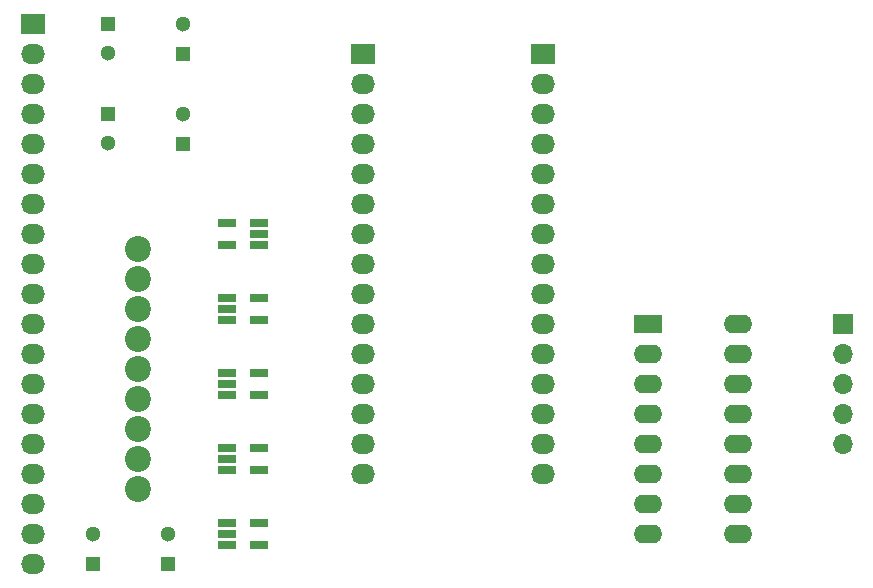
<source format=gts>
G04 #@! TF.FileFunction,Soldermask,Top*
%FSLAX46Y46*%
G04 Gerber Fmt 4.6, Leading zero omitted, Abs format (unit mm)*
G04 Created by KiCad (PCBNEW 4.0.7-e2-6376~61~ubuntu18.04.1) date Thu Feb 13 23:54:19 2020*
%MOMM*%
%LPD*%
G01*
G04 APERTURE LIST*
%ADD10C,0.100000*%
%ADD11R,1.300000X1.300000*%
%ADD12C,1.300000*%
%ADD13R,2.032000X1.727200*%
%ADD14O,2.032000X1.727200*%
%ADD15C,2.200000*%
%ADD16R,1.560000X0.650000*%
%ADD17R,2.400000X1.600000*%
%ADD18O,2.400000X1.600000*%
%ADD19R,1.700000X1.700000*%
%ADD20O,1.700000X1.700000*%
G04 APERTURE END LIST*
D10*
D11*
X124460000Y-143510000D03*
D12*
X124460000Y-141010000D03*
D11*
X130810000Y-143510000D03*
D12*
X130810000Y-141010000D03*
D11*
X132080000Y-100330000D03*
D12*
X132080000Y-97830000D03*
D11*
X125730000Y-97790000D03*
D12*
X125730000Y-100290000D03*
D11*
X132080000Y-107950000D03*
D12*
X132080000Y-105450000D03*
D11*
X125730000Y-105410000D03*
D12*
X125730000Y-107910000D03*
D13*
X119380000Y-97790000D03*
D14*
X119380000Y-100330000D03*
X119380000Y-102870000D03*
X119380000Y-105410000D03*
X119380000Y-107950000D03*
X119380000Y-110490000D03*
X119380000Y-113030000D03*
X119380000Y-115570000D03*
X119380000Y-118110000D03*
X119380000Y-120650000D03*
X119380000Y-123190000D03*
X119380000Y-125730000D03*
X119380000Y-128270000D03*
X119380000Y-130810000D03*
X119380000Y-133350000D03*
X119380000Y-135890000D03*
X119380000Y-138430000D03*
X119380000Y-140970000D03*
X119380000Y-143510000D03*
D15*
X128270000Y-116840000D03*
X128270000Y-119380000D03*
X128270000Y-121920000D03*
X128270000Y-124460000D03*
X128270000Y-127000000D03*
X128270000Y-129540000D03*
X128270000Y-132080000D03*
X128270000Y-134620000D03*
X128270000Y-137160000D03*
D13*
X147320000Y-100330000D03*
D14*
X147320000Y-102870000D03*
X147320000Y-105410000D03*
X147320000Y-107950000D03*
X147320000Y-110490000D03*
X147320000Y-113030000D03*
X147320000Y-115570000D03*
X147320000Y-118110000D03*
X147320000Y-120650000D03*
X147320000Y-123190000D03*
X147320000Y-125730000D03*
X147320000Y-128270000D03*
X147320000Y-130810000D03*
X147320000Y-133350000D03*
X147320000Y-135890000D03*
D13*
X162560000Y-100330000D03*
D14*
X162560000Y-102870000D03*
X162560000Y-105410000D03*
X162560000Y-107950000D03*
X162560000Y-110490000D03*
X162560000Y-113030000D03*
X162560000Y-115570000D03*
X162560000Y-118110000D03*
X162560000Y-120650000D03*
X162560000Y-123190000D03*
X162560000Y-125730000D03*
X162560000Y-128270000D03*
X162560000Y-130810000D03*
X162560000Y-133350000D03*
X162560000Y-135890000D03*
D16*
X138510000Y-116520000D03*
X138510000Y-115570000D03*
X138510000Y-114620000D03*
X135810000Y-114620000D03*
X135810000Y-116520000D03*
X135810000Y-120970000D03*
X135810000Y-121920000D03*
X135810000Y-122870000D03*
X138510000Y-122870000D03*
X138510000Y-120970000D03*
X135810000Y-127320000D03*
X135810000Y-128270000D03*
X135810000Y-129220000D03*
X138510000Y-129220000D03*
X138510000Y-127320000D03*
X135810000Y-133670000D03*
X135810000Y-134620000D03*
X135810000Y-135570000D03*
X138510000Y-135570000D03*
X138510000Y-133670000D03*
X135810000Y-140020000D03*
X135810000Y-140970000D03*
X135810000Y-141920000D03*
X138510000Y-141920000D03*
X138510000Y-140020000D03*
D17*
X171450000Y-123190000D03*
D18*
X179070000Y-140970000D03*
X171450000Y-125730000D03*
X179070000Y-138430000D03*
X171450000Y-128270000D03*
X179070000Y-135890000D03*
X171450000Y-130810000D03*
X179070000Y-133350000D03*
X171450000Y-133350000D03*
X179070000Y-130810000D03*
X171450000Y-135890000D03*
X179070000Y-128270000D03*
X171450000Y-138430000D03*
X179070000Y-125730000D03*
X171450000Y-140970000D03*
X179070000Y-123190000D03*
D19*
X187960000Y-123190000D03*
D20*
X187960000Y-125730000D03*
X187960000Y-128270000D03*
X187960000Y-130810000D03*
X187960000Y-133350000D03*
M02*

</source>
